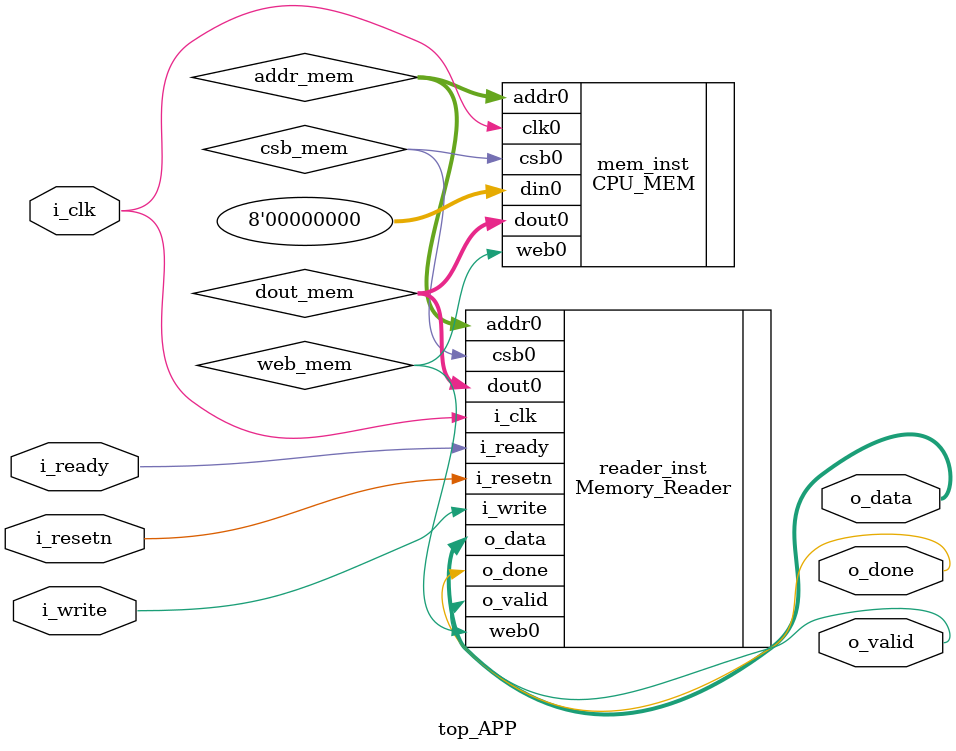
<source format=sv>
module top_APP (
    input wire        i_clk,
    input wire        i_resetn,
    input wire        i_ready,
    input wire        i_write,
    output wire       o_done,
    output wire       o_valid,
    output wire [7:0] o_data
);

    wire [7:0]   addr_mem;
    wire [7:0]   dout_mem;
    wire csb_mem, web_mem;

    CPU_MEM mem_inst (
        .clk0(i_clk),
        .csb0(csb_mem),
        .web0(web_mem),
        .addr0(addr_mem),
        .din0(8'b0),  
        .dout0(dout_mem)
    );


    Memory_Reader reader_inst (
        .i_clk(i_clk),
        .i_resetn(i_resetn),
        .o_done(o_done),
        .o_data(o_data),
        .o_valid(o_valid),
        .i_ready(i_ready),
        .i_write(i_write),
        .csb0(csb_mem),
        .web0(web_mem),
        .addr0(addr_mem),
        .dout0(dout_mem)
    );

endmodule


</source>
